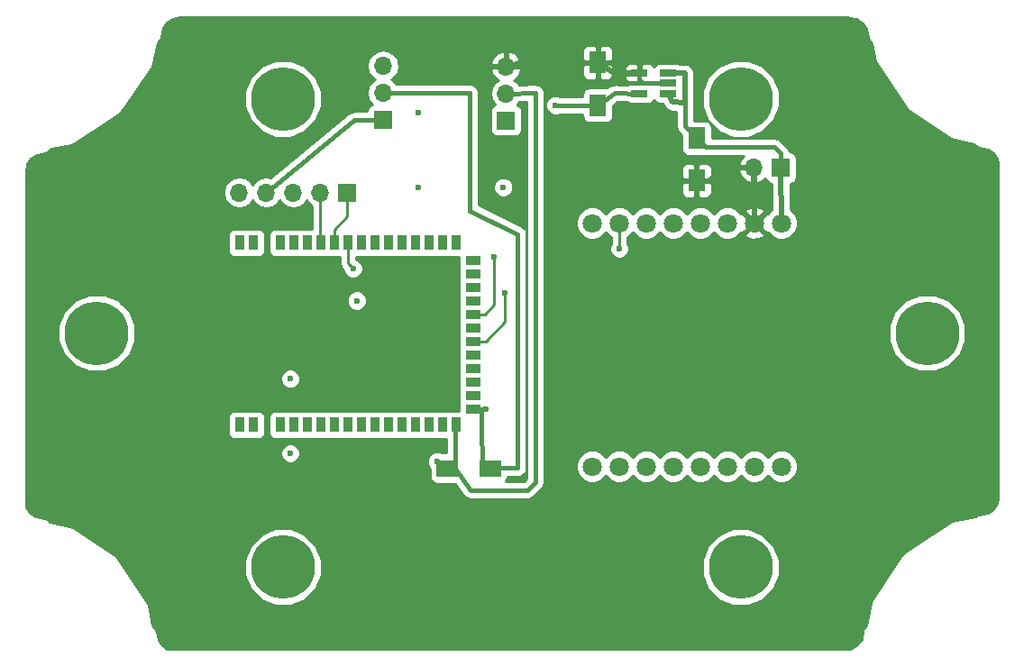
<source format=gbr>
G04 #@! TF.FileFunction,Copper,L1,Top,Signal*
%FSLAX46Y46*%
G04 Gerber Fmt 4.6, Leading zero omitted, Abs format (unit mm)*
G04 Created by KiCad (PCBNEW 4.0.7) date 03/21/18 19:19:58*
%MOMM*%
%LPD*%
G01*
G04 APERTURE LIST*
%ADD10C,0.100000*%
%ADD11C,6.000000*%
%ADD12R,1.700000X1.700000*%
%ADD13O,1.700000X1.700000*%
%ADD14C,1.800000*%
%ADD15R,0.900000X1.400000*%
%ADD16R,0.930000X1.400000*%
%ADD17R,1.400000X0.900000*%
%ADD18R,1.560000X0.650000*%
%ADD19R,1.600000X2.000000*%
%ADD20R,2.000000X1.600000*%
%ADD21C,0.600000*%
%ADD22C,0.400000*%
%ADD23C,0.500000*%
%ADD24C,0.254000*%
%ADD25C,0.250000*%
G04 APERTURE END LIST*
D10*
D11*
X106825000Y-91700000D03*
X184825000Y-91700000D03*
X167325000Y-113700000D03*
X124325000Y-113700000D03*
X124325000Y-69700000D03*
X167325000Y-69700000D03*
D12*
X145275000Y-71725000D03*
D13*
X145275000Y-69185000D03*
X145275000Y-66645000D03*
D12*
X133725000Y-71675000D03*
D13*
X133725000Y-69135000D03*
X133725000Y-66595000D03*
D12*
X130380000Y-78490000D03*
D13*
X127840000Y-78490000D03*
X125300000Y-78490000D03*
X122760000Y-78490000D03*
X120220000Y-78490000D03*
D14*
X171140000Y-104230000D03*
X171140000Y-81370000D03*
X168600000Y-104230000D03*
X168600000Y-81370000D03*
X166060000Y-104230000D03*
X166060000Y-81370000D03*
X163520000Y-104230000D03*
X163520000Y-81370000D03*
X160980000Y-104230000D03*
X160980000Y-81370000D03*
X158440000Y-104230000D03*
X158440000Y-81370000D03*
X155900000Y-104230000D03*
X155900000Y-81370000D03*
X153360000Y-104230000D03*
X153360000Y-81370000D03*
D15*
X124075000Y-100330000D03*
X124075000Y-83230000D03*
X140585000Y-83230000D03*
D16*
X120265000Y-100330000D03*
X121535000Y-100330000D03*
D17*
X142180000Y-88655000D03*
X142170000Y-89925000D03*
X142180000Y-91195000D03*
X142180000Y-92465000D03*
X142180000Y-93735000D03*
X142180000Y-95005000D03*
X142180000Y-96275000D03*
D15*
X140585000Y-100330000D03*
D17*
X142180000Y-97545000D03*
X142180000Y-98815000D03*
X142180000Y-87385000D03*
X142180000Y-86115000D03*
X142180000Y-84845000D03*
D15*
X139315000Y-100330000D03*
X138045000Y-100330000D03*
X136775000Y-100330000D03*
X135505000Y-100330000D03*
X134235000Y-100330000D03*
X132965000Y-100330000D03*
X131695000Y-100330000D03*
X130425000Y-100330000D03*
X129155000Y-100330000D03*
X127885000Y-100330000D03*
X126615000Y-100330000D03*
X125345000Y-100330000D03*
X139315000Y-83230000D03*
X138045000Y-83230000D03*
X136775000Y-83230000D03*
X135505000Y-83230000D03*
X134235000Y-83230000D03*
X132965000Y-83230000D03*
X131695000Y-83230000D03*
X130425000Y-83230000D03*
X129155000Y-83230000D03*
X127885000Y-83230000D03*
X126615000Y-83230000D03*
X125345000Y-83230000D03*
D16*
X121535000Y-83230000D03*
X120265000Y-83230000D03*
D18*
X160500000Y-69180000D03*
X160500000Y-68230000D03*
X160500000Y-67280000D03*
X157800000Y-67280000D03*
X157800000Y-69180000D03*
D12*
X171090000Y-76160000D03*
D13*
X168550000Y-76160000D03*
D19*
X153890000Y-70290000D03*
X153890000Y-66290000D03*
D20*
X139770000Y-104400000D03*
X143770000Y-104400000D03*
D19*
X163170000Y-73380000D03*
X163170000Y-77380000D03*
D21*
X145000000Y-78000000D03*
X137000000Y-71000000D03*
X125000000Y-96000000D03*
X137000000Y-78000000D03*
X125000000Y-103000000D03*
X131250000Y-88650000D03*
X156020000Y-68320000D03*
X155960000Y-72250000D03*
X149920000Y-70290000D03*
X138770000Y-103760000D03*
X143390000Y-98820000D03*
X130900000Y-85650000D03*
X145130000Y-87970000D03*
X155900000Y-83790000D03*
X144110000Y-84550000D03*
D22*
X163170000Y-77380000D02*
X161090000Y-77380000D01*
X156110000Y-68230000D02*
X158140000Y-68230000D01*
X156020000Y-68320000D02*
X156110000Y-68230000D01*
X161090000Y-77380000D02*
X155960000Y-72250000D01*
X157800000Y-67280000D02*
X157800000Y-67890000D01*
X157800000Y-67890000D02*
X158140000Y-68230000D01*
X158140000Y-68230000D02*
X160500000Y-68230000D01*
X168550000Y-76160000D02*
X165520000Y-76160000D01*
X164300000Y-77380000D02*
X163170000Y-77380000D01*
X165520000Y-76160000D02*
X164300000Y-77380000D01*
D23*
X157800000Y-67280000D02*
X155440000Y-67250000D01*
X155440000Y-67250000D02*
X153890000Y-66290000D01*
X168550000Y-76160000D02*
X168600000Y-81370000D01*
D22*
X153890000Y-66290000D02*
X146440000Y-66260000D01*
X146440000Y-66260000D02*
X145275000Y-66645000D01*
X153890000Y-70290000D02*
X149920000Y-70290000D01*
X157800000Y-69180000D02*
X155480000Y-69160000D01*
X155480000Y-69160000D02*
X153890000Y-70290000D01*
X122760000Y-78490000D02*
X130980000Y-71690000D01*
X130980000Y-71690000D02*
X133725000Y-71675000D01*
D24*
X130380000Y-78490000D02*
X130380000Y-80760000D01*
X129155000Y-81985000D02*
X129155000Y-83230000D01*
X130380000Y-80760000D02*
X129155000Y-81985000D01*
X127840000Y-78490000D02*
X127840000Y-83185000D01*
X127840000Y-83185000D02*
X127885000Y-83230000D01*
D22*
X138770000Y-103760000D02*
X140520000Y-104400000D01*
X147260000Y-106490000D02*
X141950000Y-106480000D01*
X148060000Y-69150000D02*
X148060000Y-105690000D01*
X148060000Y-105690000D02*
X147260000Y-106490000D01*
X145275000Y-69185000D02*
X148060000Y-69150000D01*
X141950000Y-106480000D02*
X140520000Y-104400000D01*
X140520000Y-104400000D02*
X140520000Y-101170000D01*
X140520000Y-101170000D02*
X140585000Y-100330000D01*
X143390000Y-98820000D02*
X142180000Y-98815000D01*
X143020000Y-104400000D02*
X142990000Y-100040000D01*
X142980000Y-98820000D02*
X143390000Y-98820000D01*
X142990000Y-100040000D02*
X142980000Y-98820000D01*
X133725000Y-69135000D02*
X141880000Y-69120000D01*
X146380000Y-104390000D02*
X143020000Y-104400000D01*
X146380000Y-82410000D02*
X146380000Y-104390000D01*
X141880000Y-80190000D02*
X146380000Y-82410000D01*
X141880000Y-69120000D02*
X141880000Y-80190000D01*
X162090000Y-70030000D02*
X162090000Y-72300000D01*
X162090000Y-72300000D02*
X163170000Y-73380000D01*
X171090000Y-76160000D02*
X171090000Y-74810000D01*
X171090000Y-74810000D02*
X170490000Y-74210000D01*
X170490000Y-74210000D02*
X164000000Y-74210000D01*
X164000000Y-74210000D02*
X163170000Y-73380000D01*
D23*
X160912793Y-70014186D02*
X162090000Y-70030000D01*
X162050000Y-67280000D02*
X160500000Y-67280000D01*
X162090000Y-70030000D02*
X162050000Y-67280000D01*
X160912793Y-70014186D02*
X160500000Y-69180000D01*
X171090000Y-76160000D02*
X171140000Y-81370000D01*
D25*
X130425000Y-83230000D02*
X130425000Y-85175000D01*
X130425000Y-85175000D02*
X130900000Y-85650000D01*
D24*
X155900000Y-81370000D02*
X155900000Y-83790000D01*
X143360000Y-92460000D02*
X142180000Y-92465000D01*
X145130000Y-90600000D02*
X143360000Y-92460000D01*
X145130000Y-87970000D02*
X145130000Y-90600000D01*
X143280000Y-89920000D02*
X142170000Y-89925000D01*
X144110000Y-89020000D02*
X143280000Y-89920000D01*
X144110000Y-84550000D02*
X144110000Y-89020000D01*
G36*
X177412100Y-62068956D02*
X178205909Y-62226854D01*
X178740766Y-62584235D01*
X179098146Y-63119091D01*
X179256044Y-63912900D01*
X179380723Y-64213901D01*
X179611099Y-64444277D01*
X179619675Y-64447829D01*
X179957550Y-66146443D01*
X180082229Y-66447444D01*
X182791888Y-70502736D01*
X183022264Y-70733112D01*
X187077556Y-73442771D01*
X187378557Y-73567450D01*
X189195730Y-73928908D01*
X189411099Y-74144277D01*
X189712100Y-74268956D01*
X190505909Y-74426854D01*
X191040766Y-74784235D01*
X191398146Y-75319091D01*
X191490000Y-75780874D01*
X191490000Y-107219126D01*
X191398146Y-107680909D01*
X191040766Y-108215765D01*
X190505909Y-108573146D01*
X189712100Y-108731044D01*
X189411099Y-108855723D01*
X189320561Y-108946261D01*
X187187215Y-109370610D01*
X186886214Y-109495289D01*
X182668711Y-112313335D01*
X182438335Y-112543711D01*
X179620291Y-116761211D01*
X179620289Y-116761213D01*
X179495610Y-117062214D01*
X179071261Y-119195561D01*
X178930723Y-119336099D01*
X178806044Y-119637100D01*
X178648146Y-120430909D01*
X178290766Y-120965765D01*
X177755909Y-121323146D01*
X177545493Y-121365000D01*
X113407070Y-121365000D01*
X112959235Y-121065766D01*
X112601854Y-120530909D01*
X112443956Y-119737100D01*
X112319277Y-119436099D01*
X112088901Y-119205723D01*
X112080029Y-119202048D01*
X111692450Y-117253557D01*
X111567771Y-116952556D01*
X109875488Y-114419874D01*
X120689370Y-114419874D01*
X121241600Y-115756372D01*
X122263249Y-116779806D01*
X123598782Y-117334368D01*
X125044874Y-117335630D01*
X126381372Y-116783400D01*
X127404806Y-115761751D01*
X127959368Y-114426218D01*
X127959373Y-114419874D01*
X163689370Y-114419874D01*
X164241600Y-115756372D01*
X165263249Y-116779806D01*
X166598782Y-117334368D01*
X168044874Y-117335630D01*
X169381372Y-116783400D01*
X170404806Y-115761751D01*
X170959368Y-114426218D01*
X170960630Y-112980126D01*
X170408400Y-111643628D01*
X169386751Y-110620194D01*
X168051218Y-110065632D01*
X166605126Y-110064370D01*
X165268628Y-110616600D01*
X164245194Y-111638249D01*
X163690632Y-112973782D01*
X163689370Y-114419874D01*
X127959373Y-114419874D01*
X127960630Y-112980126D01*
X127408400Y-111643628D01*
X126386751Y-110620194D01*
X125051218Y-110065632D01*
X123605126Y-110064370D01*
X122268628Y-110616600D01*
X121245194Y-111638249D01*
X120690632Y-112973782D01*
X120689370Y-114419874D01*
X109875488Y-114419874D01*
X108858112Y-112897264D01*
X108627736Y-112666888D01*
X104572444Y-109957229D01*
X104271443Y-109832550D01*
X102431931Y-109466648D01*
X102419277Y-109436099D01*
X102188901Y-109205723D01*
X101887900Y-109081044D01*
X101094091Y-108923146D01*
X100559235Y-108565766D01*
X100201854Y-108030909D01*
X100160000Y-107820493D01*
X100160000Y-103185167D01*
X124064838Y-103185167D01*
X124206883Y-103528943D01*
X124469673Y-103792192D01*
X124813201Y-103934838D01*
X125185167Y-103935162D01*
X125528943Y-103793117D01*
X125792192Y-103530327D01*
X125934838Y-103186799D01*
X125935162Y-102814833D01*
X125793117Y-102471057D01*
X125530327Y-102207808D01*
X125186799Y-102065162D01*
X124814833Y-102064838D01*
X124471057Y-102206883D01*
X124207808Y-102469673D01*
X124065162Y-102813201D01*
X124064838Y-103185167D01*
X100160000Y-103185167D01*
X100160000Y-99630000D01*
X119152560Y-99630000D01*
X119152560Y-101030000D01*
X119196838Y-101265317D01*
X119335910Y-101481441D01*
X119548110Y-101626431D01*
X119800000Y-101677440D01*
X120730000Y-101677440D01*
X120906241Y-101644278D01*
X121070000Y-101677440D01*
X122000000Y-101677440D01*
X122235317Y-101633162D01*
X122451441Y-101494090D01*
X122596431Y-101281890D01*
X122647440Y-101030000D01*
X122647440Y-99630000D01*
X122603162Y-99394683D01*
X122464090Y-99178559D01*
X122251890Y-99033569D01*
X122000000Y-98982560D01*
X121070000Y-98982560D01*
X120893759Y-99015722D01*
X120730000Y-98982560D01*
X119800000Y-98982560D01*
X119564683Y-99026838D01*
X119348559Y-99165910D01*
X119203569Y-99378110D01*
X119152560Y-99630000D01*
X100160000Y-99630000D01*
X100160000Y-96185167D01*
X124064838Y-96185167D01*
X124206883Y-96528943D01*
X124469673Y-96792192D01*
X124813201Y-96934838D01*
X125185167Y-96935162D01*
X125528943Y-96793117D01*
X125792192Y-96530327D01*
X125934838Y-96186799D01*
X125935162Y-95814833D01*
X125793117Y-95471057D01*
X125530327Y-95207808D01*
X125186799Y-95065162D01*
X124814833Y-95064838D01*
X124471057Y-95206883D01*
X124207808Y-95469673D01*
X124065162Y-95813201D01*
X124064838Y-96185167D01*
X100160000Y-96185167D01*
X100160000Y-92419874D01*
X103189370Y-92419874D01*
X103741600Y-93756372D01*
X104763249Y-94779806D01*
X106098782Y-95334368D01*
X107544874Y-95335630D01*
X108881372Y-94783400D01*
X109904806Y-93761751D01*
X110459368Y-92426218D01*
X110460630Y-90980126D01*
X109908400Y-89643628D01*
X109101350Y-88835167D01*
X130314838Y-88835167D01*
X130456883Y-89178943D01*
X130719673Y-89442192D01*
X131063201Y-89584838D01*
X131435167Y-89585162D01*
X131778943Y-89443117D01*
X132042192Y-89180327D01*
X132184838Y-88836799D01*
X132185162Y-88464833D01*
X132043117Y-88121057D01*
X131780327Y-87857808D01*
X131436799Y-87715162D01*
X131064833Y-87714838D01*
X130721057Y-87856883D01*
X130457808Y-88119673D01*
X130315162Y-88463201D01*
X130314838Y-88835167D01*
X109101350Y-88835167D01*
X108886751Y-88620194D01*
X107551218Y-88065632D01*
X106105126Y-88064370D01*
X104768628Y-88616600D01*
X103745194Y-89638249D01*
X103190632Y-90973782D01*
X103189370Y-92419874D01*
X100160000Y-92419874D01*
X100160000Y-82530000D01*
X119152560Y-82530000D01*
X119152560Y-83930000D01*
X119196838Y-84165317D01*
X119335910Y-84381441D01*
X119548110Y-84526431D01*
X119800000Y-84577440D01*
X120730000Y-84577440D01*
X120906241Y-84544278D01*
X121070000Y-84577440D01*
X122000000Y-84577440D01*
X122235317Y-84533162D01*
X122451441Y-84394090D01*
X122596431Y-84181890D01*
X122647440Y-83930000D01*
X122647440Y-82530000D01*
X122603162Y-82294683D01*
X122464090Y-82078559D01*
X122251890Y-81933569D01*
X122000000Y-81882560D01*
X121070000Y-81882560D01*
X120893759Y-81915722D01*
X120730000Y-81882560D01*
X119800000Y-81882560D01*
X119564683Y-81926838D01*
X119348559Y-82065910D01*
X119203569Y-82278110D01*
X119152560Y-82530000D01*
X100160000Y-82530000D01*
X100160000Y-78460907D01*
X118735000Y-78460907D01*
X118735000Y-78519093D01*
X118848039Y-79087378D01*
X119169946Y-79569147D01*
X119651715Y-79891054D01*
X120220000Y-80004093D01*
X120788285Y-79891054D01*
X121270054Y-79569147D01*
X121490000Y-79239974D01*
X121709946Y-79569147D01*
X122191715Y-79891054D01*
X122760000Y-80004093D01*
X123328285Y-79891054D01*
X123810054Y-79569147D01*
X124030000Y-79239974D01*
X124249946Y-79569147D01*
X124731715Y-79891054D01*
X125300000Y-80004093D01*
X125868285Y-79891054D01*
X126350054Y-79569147D01*
X126570000Y-79239974D01*
X126789946Y-79569147D01*
X127078000Y-79761618D01*
X127078000Y-81885193D01*
X127065000Y-81882560D01*
X126165000Y-81882560D01*
X125973208Y-81918648D01*
X125795000Y-81882560D01*
X124895000Y-81882560D01*
X124703208Y-81918648D01*
X124525000Y-81882560D01*
X123625000Y-81882560D01*
X123389683Y-81926838D01*
X123173559Y-82065910D01*
X123028569Y-82278110D01*
X122977560Y-82530000D01*
X122977560Y-83930000D01*
X123021838Y-84165317D01*
X123160910Y-84381441D01*
X123373110Y-84526431D01*
X123625000Y-84577440D01*
X124525000Y-84577440D01*
X124716792Y-84541352D01*
X124895000Y-84577440D01*
X125795000Y-84577440D01*
X125986792Y-84541352D01*
X126165000Y-84577440D01*
X127065000Y-84577440D01*
X127256792Y-84541352D01*
X127435000Y-84577440D01*
X128335000Y-84577440D01*
X128526792Y-84541352D01*
X128705000Y-84577440D01*
X129605000Y-84577440D01*
X129665000Y-84566150D01*
X129665000Y-85175000D01*
X129722852Y-85465839D01*
X129887599Y-85712401D01*
X129964878Y-85789680D01*
X129964838Y-85835167D01*
X130106883Y-86178943D01*
X130369673Y-86442192D01*
X130713201Y-86584838D01*
X131085167Y-86585162D01*
X131428943Y-86443117D01*
X131692192Y-86180327D01*
X131834838Y-85836799D01*
X131835162Y-85464833D01*
X131693117Y-85121057D01*
X131430327Y-84857808D01*
X131185000Y-84755939D01*
X131185000Y-84565290D01*
X131245000Y-84577440D01*
X132145000Y-84577440D01*
X132336792Y-84541352D01*
X132515000Y-84577440D01*
X133415000Y-84577440D01*
X133606792Y-84541352D01*
X133785000Y-84577440D01*
X134685000Y-84577440D01*
X134876792Y-84541352D01*
X135055000Y-84577440D01*
X135955000Y-84577440D01*
X136146792Y-84541352D01*
X136325000Y-84577440D01*
X137225000Y-84577440D01*
X137416792Y-84541352D01*
X137595000Y-84577440D01*
X138495000Y-84577440D01*
X138686792Y-84541352D01*
X138865000Y-84577440D01*
X139765000Y-84577440D01*
X139956792Y-84541352D01*
X140135000Y-84577440D01*
X140832560Y-84577440D01*
X140832560Y-85295000D01*
X140868648Y-85486792D01*
X140832560Y-85665000D01*
X140832560Y-86565000D01*
X140868648Y-86756792D01*
X140832560Y-86935000D01*
X140832560Y-87835000D01*
X140868648Y-88026792D01*
X140832560Y-88205000D01*
X140832560Y-89105000D01*
X140863832Y-89271194D01*
X140822560Y-89475000D01*
X140822560Y-90375000D01*
X140863465Y-90592389D01*
X140832560Y-90745000D01*
X140832560Y-91645000D01*
X140868648Y-91836792D01*
X140832560Y-92015000D01*
X140832560Y-92915000D01*
X140868648Y-93106792D01*
X140832560Y-93285000D01*
X140832560Y-94185000D01*
X140868648Y-94376792D01*
X140832560Y-94555000D01*
X140832560Y-95455000D01*
X140868648Y-95646792D01*
X140832560Y-95825000D01*
X140832560Y-96725000D01*
X140868648Y-96916792D01*
X140832560Y-97095000D01*
X140832560Y-97995000D01*
X140868648Y-98186792D01*
X140832560Y-98365000D01*
X140832560Y-98982560D01*
X140135000Y-98982560D01*
X139943208Y-99018648D01*
X139765000Y-98982560D01*
X138865000Y-98982560D01*
X138673208Y-99018648D01*
X138495000Y-98982560D01*
X137595000Y-98982560D01*
X137403208Y-99018648D01*
X137225000Y-98982560D01*
X136325000Y-98982560D01*
X136133208Y-99018648D01*
X135955000Y-98982560D01*
X135055000Y-98982560D01*
X134863208Y-99018648D01*
X134685000Y-98982560D01*
X133785000Y-98982560D01*
X133593208Y-99018648D01*
X133415000Y-98982560D01*
X132515000Y-98982560D01*
X132323208Y-99018648D01*
X132145000Y-98982560D01*
X131245000Y-98982560D01*
X131053208Y-99018648D01*
X130875000Y-98982560D01*
X129975000Y-98982560D01*
X129783208Y-99018648D01*
X129605000Y-98982560D01*
X128705000Y-98982560D01*
X128513208Y-99018648D01*
X128335000Y-98982560D01*
X127435000Y-98982560D01*
X127243208Y-99018648D01*
X127065000Y-98982560D01*
X126165000Y-98982560D01*
X125973208Y-99018648D01*
X125795000Y-98982560D01*
X124895000Y-98982560D01*
X124703208Y-99018648D01*
X124525000Y-98982560D01*
X123625000Y-98982560D01*
X123389683Y-99026838D01*
X123173559Y-99165910D01*
X123028569Y-99378110D01*
X122977560Y-99630000D01*
X122977560Y-101030000D01*
X123021838Y-101265317D01*
X123160910Y-101481441D01*
X123373110Y-101626431D01*
X123625000Y-101677440D01*
X124525000Y-101677440D01*
X124716792Y-101641352D01*
X124895000Y-101677440D01*
X125795000Y-101677440D01*
X125986792Y-101641352D01*
X126165000Y-101677440D01*
X127065000Y-101677440D01*
X127256792Y-101641352D01*
X127435000Y-101677440D01*
X128335000Y-101677440D01*
X128526792Y-101641352D01*
X128705000Y-101677440D01*
X129605000Y-101677440D01*
X129796792Y-101641352D01*
X129975000Y-101677440D01*
X130875000Y-101677440D01*
X131066792Y-101641352D01*
X131245000Y-101677440D01*
X132145000Y-101677440D01*
X132336792Y-101641352D01*
X132515000Y-101677440D01*
X133415000Y-101677440D01*
X133606792Y-101641352D01*
X133785000Y-101677440D01*
X134685000Y-101677440D01*
X134876792Y-101641352D01*
X135055000Y-101677440D01*
X135955000Y-101677440D01*
X136146792Y-101641352D01*
X136325000Y-101677440D01*
X137225000Y-101677440D01*
X137416792Y-101641352D01*
X137595000Y-101677440D01*
X138495000Y-101677440D01*
X138686792Y-101641352D01*
X138865000Y-101677440D01*
X139685000Y-101677440D01*
X139685000Y-102952560D01*
X139263606Y-102952560D01*
X138956799Y-102825162D01*
X138584833Y-102824838D01*
X138241057Y-102966883D01*
X137977808Y-103229673D01*
X137835162Y-103573201D01*
X137834838Y-103945167D01*
X137976883Y-104288943D01*
X138122560Y-104434874D01*
X138122560Y-105200000D01*
X138166838Y-105435317D01*
X138305910Y-105651441D01*
X138518110Y-105796431D01*
X138770000Y-105847440D01*
X140501817Y-105847440D01*
X141261925Y-106953051D01*
X141316359Y-107006063D01*
X141358455Y-107069321D01*
X141431939Y-107118622D01*
X141495331Y-107180357D01*
X141565907Y-107208502D01*
X141629007Y-107250836D01*
X141715764Y-107268263D01*
X141797955Y-107301040D01*
X141873928Y-107300034D01*
X141948427Y-107314999D01*
X147258427Y-107324999D01*
X147259215Y-107324844D01*
X147260000Y-107325000D01*
X147419002Y-107293372D01*
X147578087Y-107262039D01*
X147578754Y-107261595D01*
X147579540Y-107261439D01*
X147714355Y-107171359D01*
X147849321Y-107081545D01*
X147849768Y-107080879D01*
X147850434Y-107080434D01*
X148650434Y-106280434D01*
X148731569Y-106159007D01*
X148831439Y-106009541D01*
X148895000Y-105690000D01*
X148895000Y-104533991D01*
X151824735Y-104533991D01*
X152057932Y-105098371D01*
X152489357Y-105530551D01*
X153053330Y-105764733D01*
X153663991Y-105765265D01*
X154228371Y-105532068D01*
X154630323Y-105130818D01*
X155029357Y-105530551D01*
X155593330Y-105764733D01*
X156203991Y-105765265D01*
X156768371Y-105532068D01*
X157170323Y-105130818D01*
X157569357Y-105530551D01*
X158133330Y-105764733D01*
X158743991Y-105765265D01*
X159308371Y-105532068D01*
X159710323Y-105130818D01*
X160109357Y-105530551D01*
X160673330Y-105764733D01*
X161283991Y-105765265D01*
X161848371Y-105532068D01*
X162250323Y-105130818D01*
X162649357Y-105530551D01*
X163213330Y-105764733D01*
X163823991Y-105765265D01*
X164388371Y-105532068D01*
X164790323Y-105130818D01*
X165189357Y-105530551D01*
X165753330Y-105764733D01*
X166363991Y-105765265D01*
X166928371Y-105532068D01*
X167330323Y-105130818D01*
X167729357Y-105530551D01*
X168293330Y-105764733D01*
X168903991Y-105765265D01*
X169468371Y-105532068D01*
X169870323Y-105130818D01*
X170269357Y-105530551D01*
X170833330Y-105764733D01*
X171443991Y-105765265D01*
X172008371Y-105532068D01*
X172440551Y-105100643D01*
X172674733Y-104536670D01*
X172675265Y-103926009D01*
X172442068Y-103361629D01*
X172010643Y-102929449D01*
X171446670Y-102695267D01*
X170836009Y-102694735D01*
X170271629Y-102927932D01*
X169869677Y-103329182D01*
X169470643Y-102929449D01*
X168906670Y-102695267D01*
X168296009Y-102694735D01*
X167731629Y-102927932D01*
X167329677Y-103329182D01*
X166930643Y-102929449D01*
X166366670Y-102695267D01*
X165756009Y-102694735D01*
X165191629Y-102927932D01*
X164789677Y-103329182D01*
X164390643Y-102929449D01*
X163826670Y-102695267D01*
X163216009Y-102694735D01*
X162651629Y-102927932D01*
X162249677Y-103329182D01*
X161850643Y-102929449D01*
X161286670Y-102695267D01*
X160676009Y-102694735D01*
X160111629Y-102927932D01*
X159709677Y-103329182D01*
X159310643Y-102929449D01*
X158746670Y-102695267D01*
X158136009Y-102694735D01*
X157571629Y-102927932D01*
X157169677Y-103329182D01*
X156770643Y-102929449D01*
X156206670Y-102695267D01*
X155596009Y-102694735D01*
X155031629Y-102927932D01*
X154629677Y-103329182D01*
X154230643Y-102929449D01*
X153666670Y-102695267D01*
X153056009Y-102694735D01*
X152491629Y-102927932D01*
X152059449Y-103359357D01*
X151825267Y-103923330D01*
X151824735Y-104533991D01*
X148895000Y-104533991D01*
X148895000Y-92419874D01*
X181189370Y-92419874D01*
X181741600Y-93756372D01*
X182763249Y-94779806D01*
X184098782Y-95334368D01*
X185544874Y-95335630D01*
X186881372Y-94783400D01*
X187904806Y-93761751D01*
X188459368Y-92426218D01*
X188460630Y-90980126D01*
X187908400Y-89643628D01*
X186886751Y-88620194D01*
X185551218Y-88065632D01*
X184105126Y-88064370D01*
X182768628Y-88616600D01*
X181745194Y-89638249D01*
X181190632Y-90973782D01*
X181189370Y-92419874D01*
X148895000Y-92419874D01*
X148895000Y-81673991D01*
X151824735Y-81673991D01*
X152057932Y-82238371D01*
X152489357Y-82670551D01*
X153053330Y-82904733D01*
X153663991Y-82905265D01*
X154228371Y-82672068D01*
X154630323Y-82270818D01*
X155029357Y-82670551D01*
X155138000Y-82715664D01*
X155138000Y-83229534D01*
X155107808Y-83259673D01*
X154965162Y-83603201D01*
X154964838Y-83975167D01*
X155106883Y-84318943D01*
X155369673Y-84582192D01*
X155713201Y-84724838D01*
X156085167Y-84725162D01*
X156428943Y-84583117D01*
X156692192Y-84320327D01*
X156834838Y-83976799D01*
X156835162Y-83604833D01*
X156693117Y-83261057D01*
X156662000Y-83229886D01*
X156662000Y-82716020D01*
X156768371Y-82672068D01*
X157170323Y-82270818D01*
X157569357Y-82670551D01*
X158133330Y-82904733D01*
X158743991Y-82905265D01*
X159308371Y-82672068D01*
X159710323Y-82270818D01*
X160109357Y-82670551D01*
X160673330Y-82904733D01*
X161283991Y-82905265D01*
X161848371Y-82672068D01*
X162250323Y-82270818D01*
X162649357Y-82670551D01*
X163213330Y-82904733D01*
X163823991Y-82905265D01*
X164388371Y-82672068D01*
X164790323Y-82270818D01*
X165189357Y-82670551D01*
X165753330Y-82904733D01*
X166363991Y-82905265D01*
X166928371Y-82672068D01*
X167150668Y-82450159D01*
X167699446Y-82450159D01*
X167785852Y-82706643D01*
X168359336Y-82916458D01*
X168969460Y-82890839D01*
X169414148Y-82706643D01*
X169500554Y-82450159D01*
X168600000Y-81549605D01*
X167699446Y-82450159D01*
X167150668Y-82450159D01*
X167360551Y-82240643D01*
X167369203Y-82219806D01*
X167519841Y-82270554D01*
X168420395Y-81370000D01*
X167519841Y-80469446D01*
X167369673Y-80520035D01*
X167362068Y-80501629D01*
X167150650Y-80289841D01*
X167699446Y-80289841D01*
X168600000Y-81190395D01*
X169500554Y-80289841D01*
X169414148Y-80033357D01*
X168840664Y-79823542D01*
X168230540Y-79849161D01*
X167785852Y-80033357D01*
X167699446Y-80289841D01*
X167150650Y-80289841D01*
X166930643Y-80069449D01*
X166366670Y-79835267D01*
X165756009Y-79834735D01*
X165191629Y-80067932D01*
X164789677Y-80469182D01*
X164390643Y-80069449D01*
X163826670Y-79835267D01*
X163216009Y-79834735D01*
X162651629Y-80067932D01*
X162249677Y-80469182D01*
X161850643Y-80069449D01*
X161286670Y-79835267D01*
X160676009Y-79834735D01*
X160111629Y-80067932D01*
X159709677Y-80469182D01*
X159310643Y-80069449D01*
X158746670Y-79835267D01*
X158136009Y-79834735D01*
X157571629Y-80067932D01*
X157169677Y-80469182D01*
X156770643Y-80069449D01*
X156206670Y-79835267D01*
X155596009Y-79834735D01*
X155031629Y-80067932D01*
X154629677Y-80469182D01*
X154230643Y-80069449D01*
X153666670Y-79835267D01*
X153056009Y-79834735D01*
X152491629Y-80067932D01*
X152059449Y-80499357D01*
X151825267Y-81063330D01*
X151824735Y-81673991D01*
X148895000Y-81673991D01*
X148895000Y-77665750D01*
X161735000Y-77665750D01*
X161735000Y-78506309D01*
X161831673Y-78739698D01*
X162010301Y-78918327D01*
X162243690Y-79015000D01*
X162884250Y-79015000D01*
X163043000Y-78856250D01*
X163043000Y-77507000D01*
X163297000Y-77507000D01*
X163297000Y-78856250D01*
X163455750Y-79015000D01*
X164096310Y-79015000D01*
X164329699Y-78918327D01*
X164508327Y-78739698D01*
X164605000Y-78506309D01*
X164605000Y-77665750D01*
X164446250Y-77507000D01*
X163297000Y-77507000D01*
X163043000Y-77507000D01*
X161893750Y-77507000D01*
X161735000Y-77665750D01*
X148895000Y-77665750D01*
X148895000Y-76253691D01*
X161735000Y-76253691D01*
X161735000Y-77094250D01*
X161893750Y-77253000D01*
X163043000Y-77253000D01*
X163043000Y-75903750D01*
X163297000Y-75903750D01*
X163297000Y-77253000D01*
X164446250Y-77253000D01*
X164605000Y-77094250D01*
X164605000Y-76516892D01*
X167108514Y-76516892D01*
X167354817Y-77041358D01*
X167783076Y-77431645D01*
X168193110Y-77601476D01*
X168423000Y-77480155D01*
X168423000Y-76287000D01*
X167229181Y-76287000D01*
X167108514Y-76516892D01*
X164605000Y-76516892D01*
X164605000Y-76253691D01*
X164508327Y-76020302D01*
X164329699Y-75841673D01*
X164096310Y-75745000D01*
X163455750Y-75745000D01*
X163297000Y-75903750D01*
X163043000Y-75903750D01*
X162884250Y-75745000D01*
X162243690Y-75745000D01*
X162010301Y-75841673D01*
X161831673Y-76020302D01*
X161735000Y-76253691D01*
X148895000Y-76253691D01*
X148895000Y-70475167D01*
X148984838Y-70475167D01*
X149126883Y-70818943D01*
X149389673Y-71082192D01*
X149733201Y-71224838D01*
X150105167Y-71225162D01*
X150347578Y-71125000D01*
X152442560Y-71125000D01*
X152442560Y-71290000D01*
X152486838Y-71525317D01*
X152625910Y-71741441D01*
X152838110Y-71886431D01*
X153090000Y-71937440D01*
X154690000Y-71937440D01*
X154925317Y-71893162D01*
X155141441Y-71754090D01*
X155286431Y-71541890D01*
X155337440Y-71290000D01*
X155337440Y-70285709D01*
X155743254Y-69997300D01*
X156626858Y-70004918D01*
X156768110Y-70101431D01*
X157020000Y-70152440D01*
X158580000Y-70152440D01*
X158815317Y-70108162D01*
X159031441Y-69969090D01*
X159151233Y-69793768D01*
X159255910Y-69956441D01*
X159468110Y-70101431D01*
X159720000Y-70152440D01*
X159993779Y-70152440D01*
X160119596Y-70406695D01*
X160203635Y-70515908D01*
X160278654Y-70631514D01*
X160308267Y-70651881D01*
X160330182Y-70680361D01*
X160449624Y-70749104D01*
X160563166Y-70827196D01*
X160598312Y-70834679D01*
X160629464Y-70852608D01*
X160766127Y-70870410D01*
X160900905Y-70899106D01*
X161255000Y-70903863D01*
X161255000Y-72300000D01*
X161318561Y-72619541D01*
X161425647Y-72779806D01*
X161499566Y-72890434D01*
X161722560Y-73113428D01*
X161722560Y-74380000D01*
X161766838Y-74615317D01*
X161905910Y-74831441D01*
X162118110Y-74976431D01*
X162370000Y-75027440D01*
X163911720Y-75027440D01*
X164000000Y-75045000D01*
X167611191Y-75045000D01*
X167354817Y-75278642D01*
X167108514Y-75803108D01*
X167229181Y-76033000D01*
X168423000Y-76033000D01*
X168423000Y-76013000D01*
X168677000Y-76013000D01*
X168677000Y-76033000D01*
X168697000Y-76033000D01*
X168697000Y-76287000D01*
X168677000Y-76287000D01*
X168677000Y-77480155D01*
X168906890Y-77601476D01*
X169316924Y-77431645D01*
X169619937Y-77155499D01*
X169636838Y-77245317D01*
X169775910Y-77461441D01*
X169988110Y-77606431D01*
X170219290Y-77653246D01*
X170242740Y-80096770D01*
X169839449Y-80499357D01*
X169830797Y-80520194D01*
X169680159Y-80469446D01*
X168779605Y-81370000D01*
X169680159Y-82270554D01*
X169830327Y-82219965D01*
X169837932Y-82238371D01*
X170269357Y-82670551D01*
X170833330Y-82904733D01*
X171443991Y-82905265D01*
X172008371Y-82672068D01*
X172440551Y-82240643D01*
X172674733Y-81676670D01*
X172675265Y-81066009D01*
X172442068Y-80501629D01*
X172012578Y-80071387D01*
X171989322Y-77648159D01*
X172175317Y-77613162D01*
X172391441Y-77474090D01*
X172536431Y-77261890D01*
X172587440Y-77010000D01*
X172587440Y-75310000D01*
X172543162Y-75074683D01*
X172404090Y-74858559D01*
X172191890Y-74713569D01*
X171940000Y-74662560D01*
X171895672Y-74662560D01*
X171861439Y-74490459D01*
X171680434Y-74219566D01*
X171080434Y-73619566D01*
X171001476Y-73566808D01*
X170809541Y-73438561D01*
X170490000Y-73375000D01*
X164617440Y-73375000D01*
X164617440Y-72380000D01*
X164573162Y-72144683D01*
X164471460Y-71986634D01*
X165263249Y-72779806D01*
X166598782Y-73334368D01*
X168044874Y-73335630D01*
X169381372Y-72783400D01*
X170404806Y-71761751D01*
X170959368Y-70426218D01*
X170960630Y-68980126D01*
X170408400Y-67643628D01*
X169386751Y-66620194D01*
X168051218Y-66065632D01*
X166605126Y-66064370D01*
X165268628Y-66616600D01*
X164245194Y-67638249D01*
X163690632Y-68973782D01*
X163689370Y-70419874D01*
X164241600Y-71756372D01*
X164369284Y-71884279D01*
X164221890Y-71783569D01*
X163970000Y-71732560D01*
X162925000Y-71732560D01*
X162925000Y-70288600D01*
X162941493Y-70198886D01*
X162974920Y-70041888D01*
X162972630Y-70029509D01*
X162974906Y-70017129D01*
X162934906Y-67267129D01*
X162900087Y-67104481D01*
X162867633Y-66941325D01*
X162863993Y-66935877D01*
X162862621Y-66929469D01*
X162768209Y-66792526D01*
X162675790Y-66654210D01*
X162670341Y-66650569D01*
X162666622Y-66645175D01*
X162526992Y-66554787D01*
X162388675Y-66462367D01*
X162382248Y-66461089D01*
X162376748Y-66457528D01*
X162213161Y-66427455D01*
X162050000Y-66395000D01*
X161585209Y-66395000D01*
X161531890Y-66358569D01*
X161280000Y-66307560D01*
X159720000Y-66307560D01*
X159484683Y-66351838D01*
X159268559Y-66490910D01*
X159148107Y-66667197D01*
X159118327Y-66595301D01*
X158939698Y-66416673D01*
X158706309Y-66320000D01*
X158085750Y-66320000D01*
X157927000Y-66478750D01*
X157927000Y-67153000D01*
X157947000Y-67153000D01*
X157947000Y-67407000D01*
X157927000Y-67407000D01*
X157927000Y-67427000D01*
X157673000Y-67427000D01*
X157673000Y-67407000D01*
X156543750Y-67407000D01*
X156385000Y-67565750D01*
X156385000Y-67731310D01*
X156481673Y-67964699D01*
X156660302Y-68143327D01*
X156879293Y-68234036D01*
X156784683Y-68251838D01*
X156655289Y-68335101D01*
X155487198Y-68325031D01*
X155391222Y-68343263D01*
X155293571Y-68346078D01*
X155232680Y-68373381D01*
X155167121Y-68385835D01*
X155085428Y-68439408D01*
X154996287Y-68479378D01*
X154749674Y-68654644D01*
X154690000Y-68642560D01*
X153090000Y-68642560D01*
X152854683Y-68686838D01*
X152638559Y-68825910D01*
X152493569Y-69038110D01*
X152442560Y-69290000D01*
X152442560Y-69455000D01*
X150347234Y-69455000D01*
X150106799Y-69355162D01*
X149734833Y-69354838D01*
X149391057Y-69496883D01*
X149127808Y-69759673D01*
X148985162Y-70103201D01*
X148984838Y-70475167D01*
X148895000Y-70475167D01*
X148895000Y-69150000D01*
X148893958Y-69144760D01*
X148894934Y-69139507D01*
X148862213Y-68985169D01*
X148831439Y-68830459D01*
X148828471Y-68826017D01*
X148827363Y-68820790D01*
X148738066Y-68690716D01*
X148650434Y-68559566D01*
X148645992Y-68556598D01*
X148642968Y-68552193D01*
X148510685Y-68466189D01*
X148379541Y-68378561D01*
X148374302Y-68377519D01*
X148369822Y-68374606D01*
X148214707Y-68345773D01*
X148060000Y-68315000D01*
X148054760Y-68316042D01*
X148049507Y-68315066D01*
X146487615Y-68334695D01*
X146354147Y-68134946D01*
X146013447Y-67907298D01*
X146156358Y-67840183D01*
X146546645Y-67411924D01*
X146716476Y-67001890D01*
X146595155Y-66772000D01*
X145402000Y-66772000D01*
X145402000Y-66792000D01*
X145148000Y-66792000D01*
X145148000Y-66772000D01*
X143954845Y-66772000D01*
X143833524Y-67001890D01*
X144003355Y-67411924D01*
X144393642Y-67840183D01*
X144536553Y-67907298D01*
X144195853Y-68134946D01*
X143873946Y-68616715D01*
X143760907Y-69185000D01*
X143873946Y-69753285D01*
X144195853Y-70235054D01*
X144237452Y-70262850D01*
X144189683Y-70271838D01*
X143973559Y-70410910D01*
X143828569Y-70623110D01*
X143777560Y-70875000D01*
X143777560Y-72575000D01*
X143821838Y-72810317D01*
X143960910Y-73026441D01*
X144173110Y-73171431D01*
X144425000Y-73222440D01*
X146125000Y-73222440D01*
X146360317Y-73178162D01*
X146576441Y-73039090D01*
X146721431Y-72826890D01*
X146772440Y-72575000D01*
X146772440Y-70875000D01*
X146728162Y-70639683D01*
X146589090Y-70423559D01*
X146376890Y-70278569D01*
X146309459Y-70264914D01*
X146354147Y-70235054D01*
X146508152Y-70004568D01*
X147225000Y-69995560D01*
X147225000Y-105344132D01*
X146914784Y-105654348D01*
X145230265Y-105651176D01*
X145366431Y-105451890D01*
X145411793Y-105227885D01*
X146382485Y-105224996D01*
X146540998Y-105192975D01*
X146699541Y-105161439D01*
X146700593Y-105160736D01*
X146701836Y-105160485D01*
X146836100Y-105070193D01*
X146970434Y-104980434D01*
X146971138Y-104979381D01*
X146972189Y-104978674D01*
X147061685Y-104843867D01*
X147151439Y-104709541D01*
X147151686Y-104708300D01*
X147152387Y-104707244D01*
X147183464Y-104548544D01*
X147215000Y-104390000D01*
X147215000Y-82410000D01*
X147188461Y-82276581D01*
X147170727Y-82141717D01*
X147156853Y-82117679D01*
X147151439Y-82090459D01*
X147075864Y-81977353D01*
X147007869Y-81859542D01*
X146985854Y-81842644D01*
X146970434Y-81819566D01*
X146857327Y-81743990D01*
X146749424Y-81661167D01*
X142715000Y-79670851D01*
X142715000Y-78185167D01*
X144064838Y-78185167D01*
X144206883Y-78528943D01*
X144469673Y-78792192D01*
X144813201Y-78934838D01*
X145185167Y-78935162D01*
X145528943Y-78793117D01*
X145792192Y-78530327D01*
X145934838Y-78186799D01*
X145935162Y-77814833D01*
X145793117Y-77471057D01*
X145530327Y-77207808D01*
X145186799Y-77065162D01*
X144814833Y-77064838D01*
X144471057Y-77206883D01*
X144207808Y-77469673D01*
X144065162Y-77813201D01*
X144064838Y-78185167D01*
X142715000Y-78185167D01*
X142715000Y-69120000D01*
X142714847Y-69119233D01*
X142714999Y-69118464D01*
X142683051Y-68959382D01*
X142651439Y-68800459D01*
X142651004Y-68799808D01*
X142650850Y-68799041D01*
X142560545Y-68664427D01*
X142470434Y-68529566D01*
X142469783Y-68529131D01*
X142469347Y-68528481D01*
X142334385Y-68438661D01*
X142199541Y-68348561D01*
X142198773Y-68348408D01*
X142198122Y-68347975D01*
X142039023Y-68316632D01*
X141880000Y-68285000D01*
X141879233Y-68285153D01*
X141878464Y-68285001D01*
X134946339Y-68297752D01*
X134804147Y-68084946D01*
X134474974Y-67865000D01*
X134804147Y-67645054D01*
X135126054Y-67163285D01*
X135239093Y-66595000D01*
X135235264Y-66575750D01*
X152455000Y-66575750D01*
X152455000Y-67416309D01*
X152551673Y-67649698D01*
X152730301Y-67828327D01*
X152963690Y-67925000D01*
X153604250Y-67925000D01*
X153763000Y-67766250D01*
X153763000Y-66417000D01*
X154017000Y-66417000D01*
X154017000Y-67766250D01*
X154175750Y-67925000D01*
X154816310Y-67925000D01*
X155049699Y-67828327D01*
X155228327Y-67649698D01*
X155325000Y-67416309D01*
X155325000Y-66828690D01*
X156385000Y-66828690D01*
X156385000Y-66994250D01*
X156543750Y-67153000D01*
X157673000Y-67153000D01*
X157673000Y-66478750D01*
X157514250Y-66320000D01*
X156893691Y-66320000D01*
X156660302Y-66416673D01*
X156481673Y-66595301D01*
X156385000Y-66828690D01*
X155325000Y-66828690D01*
X155325000Y-66575750D01*
X155166250Y-66417000D01*
X154017000Y-66417000D01*
X153763000Y-66417000D01*
X152613750Y-66417000D01*
X152455000Y-66575750D01*
X135235264Y-66575750D01*
X135178049Y-66288110D01*
X143833524Y-66288110D01*
X143954845Y-66518000D01*
X145148000Y-66518000D01*
X145148000Y-65324181D01*
X145402000Y-65324181D01*
X145402000Y-66518000D01*
X146595155Y-66518000D01*
X146716476Y-66288110D01*
X146546645Y-65878076D01*
X146156358Y-65449817D01*
X145631892Y-65203514D01*
X145402000Y-65324181D01*
X145148000Y-65324181D01*
X144918108Y-65203514D01*
X144393642Y-65449817D01*
X144003355Y-65878076D01*
X143833524Y-66288110D01*
X135178049Y-66288110D01*
X135126054Y-66026715D01*
X134804147Y-65544946D01*
X134322378Y-65223039D01*
X134024016Y-65163691D01*
X152455000Y-65163691D01*
X152455000Y-66004250D01*
X152613750Y-66163000D01*
X153763000Y-66163000D01*
X153763000Y-64813750D01*
X154017000Y-64813750D01*
X154017000Y-66163000D01*
X155166250Y-66163000D01*
X155325000Y-66004250D01*
X155325000Y-65163691D01*
X155228327Y-64930302D01*
X155049699Y-64751673D01*
X154816310Y-64655000D01*
X154175750Y-64655000D01*
X154017000Y-64813750D01*
X153763000Y-64813750D01*
X153604250Y-64655000D01*
X152963690Y-64655000D01*
X152730301Y-64751673D01*
X152551673Y-64930302D01*
X152455000Y-65163691D01*
X134024016Y-65163691D01*
X133754093Y-65110000D01*
X133695907Y-65110000D01*
X133127622Y-65223039D01*
X132645853Y-65544946D01*
X132323946Y-66026715D01*
X132210907Y-66595000D01*
X132323946Y-67163285D01*
X132645853Y-67645054D01*
X132975026Y-67865000D01*
X132645853Y-68084946D01*
X132323946Y-68566715D01*
X132210907Y-69135000D01*
X132323946Y-69703285D01*
X132645853Y-70185054D01*
X132687452Y-70212850D01*
X132639683Y-70221838D01*
X132423559Y-70360910D01*
X132278569Y-70573110D01*
X132227560Y-70825000D01*
X132227560Y-70848170D01*
X130975437Y-70855012D01*
X130855879Y-70879474D01*
X130734487Y-70891910D01*
X130697463Y-70911886D01*
X130656248Y-70920319D01*
X130555154Y-70988670D01*
X130447759Y-71046615D01*
X123179438Y-77059338D01*
X122760000Y-76975907D01*
X122191715Y-77088946D01*
X121709946Y-77410853D01*
X121490000Y-77740026D01*
X121270054Y-77410853D01*
X120788285Y-77088946D01*
X120220000Y-76975907D01*
X119651715Y-77088946D01*
X119169946Y-77410853D01*
X118848039Y-77892622D01*
X118735000Y-78460907D01*
X100160000Y-78460907D01*
X100160000Y-76557241D01*
X100301854Y-75844091D01*
X100659235Y-75309234D01*
X101194091Y-74951854D01*
X101987900Y-74793956D01*
X102288901Y-74669277D01*
X102519277Y-74438901D01*
X102529625Y-74413920D01*
X104462786Y-74029390D01*
X104763787Y-73904711D01*
X104763789Y-73904709D01*
X108981289Y-71086665D01*
X109211665Y-70856289D01*
X109503268Y-70419874D01*
X120689370Y-70419874D01*
X121241600Y-71756372D01*
X122263249Y-72779806D01*
X123598782Y-73334368D01*
X125044874Y-73335630D01*
X126381372Y-72783400D01*
X127404806Y-71761751D01*
X127959368Y-70426218D01*
X127960630Y-68980126D01*
X127408400Y-67643628D01*
X126386751Y-66620194D01*
X125051218Y-66065632D01*
X123605126Y-66064370D01*
X122268628Y-66616600D01*
X121245194Y-67638249D01*
X120690632Y-68973782D01*
X120689370Y-70419874D01*
X109503268Y-70419874D01*
X112029711Y-66638786D01*
X112154390Y-66337785D01*
X112538919Y-64404625D01*
X112563901Y-64394277D01*
X112794277Y-64163901D01*
X112918956Y-63862900D01*
X113076854Y-63069091D01*
X113434235Y-62534234D01*
X113969091Y-62176854D01*
X114682241Y-62035000D01*
X177330123Y-62035000D01*
X177412100Y-62068956D01*
X177412100Y-62068956D01*
G37*
X177412100Y-62068956D02*
X178205909Y-62226854D01*
X178740766Y-62584235D01*
X179098146Y-63119091D01*
X179256044Y-63912900D01*
X179380723Y-64213901D01*
X179611099Y-64444277D01*
X179619675Y-64447829D01*
X179957550Y-66146443D01*
X180082229Y-66447444D01*
X182791888Y-70502736D01*
X183022264Y-70733112D01*
X187077556Y-73442771D01*
X187378557Y-73567450D01*
X189195730Y-73928908D01*
X189411099Y-74144277D01*
X189712100Y-74268956D01*
X190505909Y-74426854D01*
X191040766Y-74784235D01*
X191398146Y-75319091D01*
X191490000Y-75780874D01*
X191490000Y-107219126D01*
X191398146Y-107680909D01*
X191040766Y-108215765D01*
X190505909Y-108573146D01*
X189712100Y-108731044D01*
X189411099Y-108855723D01*
X189320561Y-108946261D01*
X187187215Y-109370610D01*
X186886214Y-109495289D01*
X182668711Y-112313335D01*
X182438335Y-112543711D01*
X179620291Y-116761211D01*
X179620289Y-116761213D01*
X179495610Y-117062214D01*
X179071261Y-119195561D01*
X178930723Y-119336099D01*
X178806044Y-119637100D01*
X178648146Y-120430909D01*
X178290766Y-120965765D01*
X177755909Y-121323146D01*
X177545493Y-121365000D01*
X113407070Y-121365000D01*
X112959235Y-121065766D01*
X112601854Y-120530909D01*
X112443956Y-119737100D01*
X112319277Y-119436099D01*
X112088901Y-119205723D01*
X112080029Y-119202048D01*
X111692450Y-117253557D01*
X111567771Y-116952556D01*
X109875488Y-114419874D01*
X120689370Y-114419874D01*
X121241600Y-115756372D01*
X122263249Y-116779806D01*
X123598782Y-117334368D01*
X125044874Y-117335630D01*
X126381372Y-116783400D01*
X127404806Y-115761751D01*
X127959368Y-114426218D01*
X127959373Y-114419874D01*
X163689370Y-114419874D01*
X164241600Y-115756372D01*
X165263249Y-116779806D01*
X166598782Y-117334368D01*
X168044874Y-117335630D01*
X169381372Y-116783400D01*
X170404806Y-115761751D01*
X170959368Y-114426218D01*
X170960630Y-112980126D01*
X170408400Y-111643628D01*
X169386751Y-110620194D01*
X168051218Y-110065632D01*
X166605126Y-110064370D01*
X165268628Y-110616600D01*
X164245194Y-111638249D01*
X163690632Y-112973782D01*
X163689370Y-114419874D01*
X127959373Y-114419874D01*
X127960630Y-112980126D01*
X127408400Y-111643628D01*
X126386751Y-110620194D01*
X125051218Y-110065632D01*
X123605126Y-110064370D01*
X122268628Y-110616600D01*
X121245194Y-111638249D01*
X120690632Y-112973782D01*
X120689370Y-114419874D01*
X109875488Y-114419874D01*
X108858112Y-112897264D01*
X108627736Y-112666888D01*
X104572444Y-109957229D01*
X104271443Y-109832550D01*
X102431931Y-109466648D01*
X102419277Y-109436099D01*
X102188901Y-109205723D01*
X101887900Y-109081044D01*
X101094091Y-108923146D01*
X100559235Y-108565766D01*
X100201854Y-108030909D01*
X100160000Y-107820493D01*
X100160000Y-103185167D01*
X124064838Y-103185167D01*
X124206883Y-103528943D01*
X124469673Y-103792192D01*
X124813201Y-103934838D01*
X125185167Y-103935162D01*
X125528943Y-103793117D01*
X125792192Y-103530327D01*
X125934838Y-103186799D01*
X125935162Y-102814833D01*
X125793117Y-102471057D01*
X125530327Y-102207808D01*
X125186799Y-102065162D01*
X124814833Y-102064838D01*
X124471057Y-102206883D01*
X124207808Y-102469673D01*
X124065162Y-102813201D01*
X124064838Y-103185167D01*
X100160000Y-103185167D01*
X100160000Y-99630000D01*
X119152560Y-99630000D01*
X119152560Y-101030000D01*
X119196838Y-101265317D01*
X119335910Y-101481441D01*
X119548110Y-101626431D01*
X119800000Y-101677440D01*
X120730000Y-101677440D01*
X120906241Y-101644278D01*
X121070000Y-101677440D01*
X122000000Y-101677440D01*
X122235317Y-101633162D01*
X122451441Y-101494090D01*
X122596431Y-101281890D01*
X122647440Y-101030000D01*
X122647440Y-99630000D01*
X122603162Y-99394683D01*
X122464090Y-99178559D01*
X122251890Y-99033569D01*
X122000000Y-98982560D01*
X121070000Y-98982560D01*
X120893759Y-99015722D01*
X120730000Y-98982560D01*
X119800000Y-98982560D01*
X119564683Y-99026838D01*
X119348559Y-99165910D01*
X119203569Y-99378110D01*
X119152560Y-99630000D01*
X100160000Y-99630000D01*
X100160000Y-96185167D01*
X124064838Y-96185167D01*
X124206883Y-96528943D01*
X124469673Y-96792192D01*
X124813201Y-96934838D01*
X125185167Y-96935162D01*
X125528943Y-96793117D01*
X125792192Y-96530327D01*
X125934838Y-96186799D01*
X125935162Y-95814833D01*
X125793117Y-95471057D01*
X125530327Y-95207808D01*
X125186799Y-95065162D01*
X124814833Y-95064838D01*
X124471057Y-95206883D01*
X124207808Y-95469673D01*
X124065162Y-95813201D01*
X124064838Y-96185167D01*
X100160000Y-96185167D01*
X100160000Y-92419874D01*
X103189370Y-92419874D01*
X103741600Y-93756372D01*
X104763249Y-94779806D01*
X106098782Y-95334368D01*
X107544874Y-95335630D01*
X108881372Y-94783400D01*
X109904806Y-93761751D01*
X110459368Y-92426218D01*
X110460630Y-90980126D01*
X109908400Y-89643628D01*
X109101350Y-88835167D01*
X130314838Y-88835167D01*
X130456883Y-89178943D01*
X130719673Y-89442192D01*
X131063201Y-89584838D01*
X131435167Y-89585162D01*
X131778943Y-89443117D01*
X132042192Y-89180327D01*
X132184838Y-88836799D01*
X132185162Y-88464833D01*
X132043117Y-88121057D01*
X131780327Y-87857808D01*
X131436799Y-87715162D01*
X131064833Y-87714838D01*
X130721057Y-87856883D01*
X130457808Y-88119673D01*
X130315162Y-88463201D01*
X130314838Y-88835167D01*
X109101350Y-88835167D01*
X108886751Y-88620194D01*
X107551218Y-88065632D01*
X106105126Y-88064370D01*
X104768628Y-88616600D01*
X103745194Y-89638249D01*
X103190632Y-90973782D01*
X103189370Y-92419874D01*
X100160000Y-92419874D01*
X100160000Y-82530000D01*
X119152560Y-82530000D01*
X119152560Y-83930000D01*
X119196838Y-84165317D01*
X119335910Y-84381441D01*
X119548110Y-84526431D01*
X119800000Y-84577440D01*
X120730000Y-84577440D01*
X120906241Y-84544278D01*
X121070000Y-84577440D01*
X122000000Y-84577440D01*
X122235317Y-84533162D01*
X122451441Y-84394090D01*
X122596431Y-84181890D01*
X122647440Y-83930000D01*
X122647440Y-82530000D01*
X122603162Y-82294683D01*
X122464090Y-82078559D01*
X122251890Y-81933569D01*
X122000000Y-81882560D01*
X121070000Y-81882560D01*
X120893759Y-81915722D01*
X120730000Y-81882560D01*
X119800000Y-81882560D01*
X119564683Y-81926838D01*
X119348559Y-82065910D01*
X119203569Y-82278110D01*
X119152560Y-82530000D01*
X100160000Y-82530000D01*
X100160000Y-78460907D01*
X118735000Y-78460907D01*
X118735000Y-78519093D01*
X118848039Y-79087378D01*
X119169946Y-79569147D01*
X119651715Y-79891054D01*
X120220000Y-80004093D01*
X120788285Y-79891054D01*
X121270054Y-79569147D01*
X121490000Y-79239974D01*
X121709946Y-79569147D01*
X122191715Y-79891054D01*
X122760000Y-80004093D01*
X123328285Y-79891054D01*
X123810054Y-79569147D01*
X124030000Y-79239974D01*
X124249946Y-79569147D01*
X124731715Y-79891054D01*
X125300000Y-80004093D01*
X125868285Y-79891054D01*
X126350054Y-79569147D01*
X126570000Y-79239974D01*
X126789946Y-79569147D01*
X127078000Y-79761618D01*
X127078000Y-81885193D01*
X127065000Y-81882560D01*
X126165000Y-81882560D01*
X125973208Y-81918648D01*
X125795000Y-81882560D01*
X124895000Y-81882560D01*
X124703208Y-81918648D01*
X124525000Y-81882560D01*
X123625000Y-81882560D01*
X123389683Y-81926838D01*
X123173559Y-82065910D01*
X123028569Y-82278110D01*
X122977560Y-82530000D01*
X122977560Y-83930000D01*
X123021838Y-84165317D01*
X123160910Y-84381441D01*
X123373110Y-84526431D01*
X123625000Y-84577440D01*
X124525000Y-84577440D01*
X124716792Y-84541352D01*
X124895000Y-84577440D01*
X125795000Y-84577440D01*
X125986792Y-84541352D01*
X126165000Y-84577440D01*
X127065000Y-84577440D01*
X127256792Y-84541352D01*
X127435000Y-84577440D01*
X128335000Y-84577440D01*
X128526792Y-84541352D01*
X128705000Y-84577440D01*
X129605000Y-84577440D01*
X129665000Y-84566150D01*
X129665000Y-85175000D01*
X129722852Y-85465839D01*
X129887599Y-85712401D01*
X129964878Y-85789680D01*
X129964838Y-85835167D01*
X130106883Y-86178943D01*
X130369673Y-86442192D01*
X130713201Y-86584838D01*
X131085167Y-86585162D01*
X131428943Y-86443117D01*
X131692192Y-86180327D01*
X131834838Y-85836799D01*
X131835162Y-85464833D01*
X131693117Y-85121057D01*
X131430327Y-84857808D01*
X131185000Y-84755939D01*
X131185000Y-84565290D01*
X131245000Y-84577440D01*
X132145000Y-84577440D01*
X132336792Y-84541352D01*
X132515000Y-84577440D01*
X133415000Y-84577440D01*
X133606792Y-84541352D01*
X133785000Y-84577440D01*
X134685000Y-84577440D01*
X134876792Y-84541352D01*
X135055000Y-84577440D01*
X135955000Y-84577440D01*
X136146792Y-84541352D01*
X136325000Y-84577440D01*
X137225000Y-84577440D01*
X137416792Y-84541352D01*
X137595000Y-84577440D01*
X138495000Y-84577440D01*
X138686792Y-84541352D01*
X138865000Y-84577440D01*
X139765000Y-84577440D01*
X139956792Y-84541352D01*
X140135000Y-84577440D01*
X140832560Y-84577440D01*
X140832560Y-85295000D01*
X140868648Y-85486792D01*
X140832560Y-85665000D01*
X140832560Y-86565000D01*
X140868648Y-86756792D01*
X140832560Y-86935000D01*
X140832560Y-87835000D01*
X140868648Y-88026792D01*
X140832560Y-88205000D01*
X140832560Y-89105000D01*
X140863832Y-89271194D01*
X140822560Y-89475000D01*
X140822560Y-90375000D01*
X140863465Y-90592389D01*
X140832560Y-90745000D01*
X140832560Y-91645000D01*
X140868648Y-91836792D01*
X140832560Y-92015000D01*
X140832560Y-92915000D01*
X140868648Y-93106792D01*
X140832560Y-93285000D01*
X140832560Y-94185000D01*
X140868648Y-94376792D01*
X140832560Y-94555000D01*
X140832560Y-95455000D01*
X140868648Y-95646792D01*
X140832560Y-95825000D01*
X140832560Y-96725000D01*
X140868648Y-96916792D01*
X140832560Y-97095000D01*
X140832560Y-97995000D01*
X140868648Y-98186792D01*
X140832560Y-98365000D01*
X140832560Y-98982560D01*
X140135000Y-98982560D01*
X139943208Y-99018648D01*
X139765000Y-98982560D01*
X138865000Y-98982560D01*
X138673208Y-99018648D01*
X138495000Y-98982560D01*
X137595000Y-98982560D01*
X137403208Y-99018648D01*
X137225000Y-98982560D01*
X136325000Y-98982560D01*
X136133208Y-99018648D01*
X135955000Y-98982560D01*
X135055000Y-98982560D01*
X134863208Y-99018648D01*
X134685000Y-98982560D01*
X133785000Y-98982560D01*
X133593208Y-99018648D01*
X133415000Y-98982560D01*
X132515000Y-98982560D01*
X132323208Y-99018648D01*
X132145000Y-98982560D01*
X131245000Y-98982560D01*
X131053208Y-99018648D01*
X130875000Y-98982560D01*
X129975000Y-98982560D01*
X129783208Y-99018648D01*
X129605000Y-98982560D01*
X128705000Y-98982560D01*
X128513208Y-99018648D01*
X128335000Y-98982560D01*
X127435000Y-98982560D01*
X127243208Y-99018648D01*
X127065000Y-98982560D01*
X126165000Y-98982560D01*
X125973208Y-99018648D01*
X125795000Y-98982560D01*
X124895000Y-98982560D01*
X124703208Y-99018648D01*
X124525000Y-98982560D01*
X123625000Y-98982560D01*
X123389683Y-99026838D01*
X123173559Y-99165910D01*
X123028569Y-99378110D01*
X122977560Y-99630000D01*
X122977560Y-101030000D01*
X123021838Y-101265317D01*
X123160910Y-101481441D01*
X123373110Y-101626431D01*
X123625000Y-101677440D01*
X124525000Y-101677440D01*
X124716792Y-101641352D01*
X124895000Y-101677440D01*
X125795000Y-101677440D01*
X125986792Y-101641352D01*
X126165000Y-101677440D01*
X127065000Y-101677440D01*
X127256792Y-101641352D01*
X127435000Y-101677440D01*
X128335000Y-101677440D01*
X128526792Y-101641352D01*
X128705000Y-101677440D01*
X129605000Y-101677440D01*
X129796792Y-101641352D01*
X129975000Y-101677440D01*
X130875000Y-101677440D01*
X131066792Y-101641352D01*
X131245000Y-101677440D01*
X132145000Y-101677440D01*
X132336792Y-101641352D01*
X132515000Y-101677440D01*
X133415000Y-101677440D01*
X133606792Y-101641352D01*
X133785000Y-101677440D01*
X134685000Y-101677440D01*
X134876792Y-101641352D01*
X135055000Y-101677440D01*
X135955000Y-101677440D01*
X136146792Y-101641352D01*
X136325000Y-101677440D01*
X137225000Y-101677440D01*
X137416792Y-101641352D01*
X137595000Y-101677440D01*
X138495000Y-101677440D01*
X138686792Y-101641352D01*
X138865000Y-101677440D01*
X139685000Y-101677440D01*
X139685000Y-102952560D01*
X139263606Y-102952560D01*
X138956799Y-102825162D01*
X138584833Y-102824838D01*
X138241057Y-102966883D01*
X137977808Y-103229673D01*
X137835162Y-103573201D01*
X137834838Y-103945167D01*
X137976883Y-104288943D01*
X138122560Y-104434874D01*
X138122560Y-105200000D01*
X138166838Y-105435317D01*
X138305910Y-105651441D01*
X138518110Y-105796431D01*
X138770000Y-105847440D01*
X140501817Y-105847440D01*
X141261925Y-106953051D01*
X141316359Y-107006063D01*
X141358455Y-107069321D01*
X141431939Y-107118622D01*
X141495331Y-107180357D01*
X141565907Y-107208502D01*
X141629007Y-107250836D01*
X141715764Y-107268263D01*
X141797955Y-107301040D01*
X141873928Y-107300034D01*
X141948427Y-107314999D01*
X147258427Y-107324999D01*
X147259215Y-107324844D01*
X147260000Y-107325000D01*
X147419002Y-107293372D01*
X147578087Y-107262039D01*
X147578754Y-107261595D01*
X147579540Y-107261439D01*
X147714355Y-107171359D01*
X147849321Y-107081545D01*
X147849768Y-107080879D01*
X147850434Y-107080434D01*
X148650434Y-106280434D01*
X148731569Y-106159007D01*
X148831439Y-106009541D01*
X148895000Y-105690000D01*
X148895000Y-104533991D01*
X151824735Y-104533991D01*
X152057932Y-105098371D01*
X152489357Y-105530551D01*
X153053330Y-105764733D01*
X153663991Y-105765265D01*
X154228371Y-105532068D01*
X154630323Y-105130818D01*
X155029357Y-105530551D01*
X155593330Y-105764733D01*
X156203991Y-105765265D01*
X156768371Y-105532068D01*
X157170323Y-105130818D01*
X157569357Y-105530551D01*
X158133330Y-105764733D01*
X158743991Y-105765265D01*
X159308371Y-105532068D01*
X159710323Y-105130818D01*
X160109357Y-105530551D01*
X160673330Y-105764733D01*
X161283991Y-105765265D01*
X161848371Y-105532068D01*
X162250323Y-105130818D01*
X162649357Y-105530551D01*
X163213330Y-105764733D01*
X163823991Y-105765265D01*
X164388371Y-105532068D01*
X164790323Y-105130818D01*
X165189357Y-105530551D01*
X165753330Y-105764733D01*
X166363991Y-105765265D01*
X166928371Y-105532068D01*
X167330323Y-105130818D01*
X167729357Y-105530551D01*
X168293330Y-105764733D01*
X168903991Y-105765265D01*
X169468371Y-105532068D01*
X169870323Y-105130818D01*
X170269357Y-105530551D01*
X170833330Y-105764733D01*
X171443991Y-105765265D01*
X172008371Y-105532068D01*
X172440551Y-105100643D01*
X172674733Y-104536670D01*
X172675265Y-103926009D01*
X172442068Y-103361629D01*
X172010643Y-102929449D01*
X171446670Y-102695267D01*
X170836009Y-102694735D01*
X170271629Y-102927932D01*
X169869677Y-103329182D01*
X169470643Y-102929449D01*
X168906670Y-102695267D01*
X168296009Y-102694735D01*
X167731629Y-102927932D01*
X167329677Y-103329182D01*
X166930643Y-102929449D01*
X166366670Y-102695267D01*
X165756009Y-102694735D01*
X165191629Y-102927932D01*
X164789677Y-103329182D01*
X164390643Y-102929449D01*
X163826670Y-102695267D01*
X163216009Y-102694735D01*
X162651629Y-102927932D01*
X162249677Y-103329182D01*
X161850643Y-102929449D01*
X161286670Y-102695267D01*
X160676009Y-102694735D01*
X160111629Y-102927932D01*
X159709677Y-103329182D01*
X159310643Y-102929449D01*
X158746670Y-102695267D01*
X158136009Y-102694735D01*
X157571629Y-102927932D01*
X157169677Y-103329182D01*
X156770643Y-102929449D01*
X156206670Y-102695267D01*
X155596009Y-102694735D01*
X155031629Y-102927932D01*
X154629677Y-103329182D01*
X154230643Y-102929449D01*
X153666670Y-102695267D01*
X153056009Y-102694735D01*
X152491629Y-102927932D01*
X152059449Y-103359357D01*
X151825267Y-103923330D01*
X151824735Y-104533991D01*
X148895000Y-104533991D01*
X148895000Y-92419874D01*
X181189370Y-92419874D01*
X181741600Y-93756372D01*
X182763249Y-94779806D01*
X184098782Y-95334368D01*
X185544874Y-95335630D01*
X186881372Y-94783400D01*
X187904806Y-93761751D01*
X188459368Y-92426218D01*
X188460630Y-90980126D01*
X187908400Y-89643628D01*
X186886751Y-88620194D01*
X185551218Y-88065632D01*
X184105126Y-88064370D01*
X182768628Y-88616600D01*
X181745194Y-89638249D01*
X181190632Y-90973782D01*
X181189370Y-92419874D01*
X148895000Y-92419874D01*
X148895000Y-81673991D01*
X151824735Y-81673991D01*
X152057932Y-82238371D01*
X152489357Y-82670551D01*
X153053330Y-82904733D01*
X153663991Y-82905265D01*
X154228371Y-82672068D01*
X154630323Y-82270818D01*
X155029357Y-82670551D01*
X155138000Y-82715664D01*
X155138000Y-83229534D01*
X155107808Y-83259673D01*
X154965162Y-83603201D01*
X154964838Y-83975167D01*
X155106883Y-84318943D01*
X155369673Y-84582192D01*
X155713201Y-84724838D01*
X156085167Y-84725162D01*
X156428943Y-84583117D01*
X156692192Y-84320327D01*
X156834838Y-83976799D01*
X156835162Y-83604833D01*
X156693117Y-83261057D01*
X156662000Y-83229886D01*
X156662000Y-82716020D01*
X156768371Y-82672068D01*
X157170323Y-82270818D01*
X157569357Y-82670551D01*
X158133330Y-82904733D01*
X158743991Y-82905265D01*
X159308371Y-82672068D01*
X159710323Y-82270818D01*
X160109357Y-82670551D01*
X160673330Y-82904733D01*
X161283991Y-82905265D01*
X161848371Y-82672068D01*
X162250323Y-82270818D01*
X162649357Y-82670551D01*
X163213330Y-82904733D01*
X163823991Y-82905265D01*
X164388371Y-82672068D01*
X164790323Y-82270818D01*
X165189357Y-82670551D01*
X165753330Y-82904733D01*
X166363991Y-82905265D01*
X166928371Y-82672068D01*
X167150668Y-82450159D01*
X167699446Y-82450159D01*
X167785852Y-82706643D01*
X168359336Y-82916458D01*
X168969460Y-82890839D01*
X169414148Y-82706643D01*
X169500554Y-82450159D01*
X168600000Y-81549605D01*
X167699446Y-82450159D01*
X167150668Y-82450159D01*
X167360551Y-82240643D01*
X167369203Y-82219806D01*
X167519841Y-82270554D01*
X168420395Y-81370000D01*
X167519841Y-80469446D01*
X167369673Y-80520035D01*
X167362068Y-80501629D01*
X167150650Y-80289841D01*
X167699446Y-80289841D01*
X168600000Y-81190395D01*
X169500554Y-80289841D01*
X169414148Y-80033357D01*
X168840664Y-79823542D01*
X168230540Y-79849161D01*
X167785852Y-80033357D01*
X167699446Y-80289841D01*
X167150650Y-80289841D01*
X166930643Y-80069449D01*
X166366670Y-79835267D01*
X165756009Y-79834735D01*
X165191629Y-80067932D01*
X164789677Y-80469182D01*
X164390643Y-80069449D01*
X163826670Y-79835267D01*
X163216009Y-79834735D01*
X162651629Y-80067932D01*
X162249677Y-80469182D01*
X161850643Y-80069449D01*
X161286670Y-79835267D01*
X160676009Y-79834735D01*
X160111629Y-80067932D01*
X159709677Y-80469182D01*
X159310643Y-80069449D01*
X158746670Y-79835267D01*
X158136009Y-79834735D01*
X157571629Y-80067932D01*
X157169677Y-80469182D01*
X156770643Y-80069449D01*
X156206670Y-79835267D01*
X155596009Y-79834735D01*
X155031629Y-80067932D01*
X154629677Y-80469182D01*
X154230643Y-80069449D01*
X153666670Y-79835267D01*
X153056009Y-79834735D01*
X152491629Y-80067932D01*
X152059449Y-80499357D01*
X151825267Y-81063330D01*
X151824735Y-81673991D01*
X148895000Y-81673991D01*
X148895000Y-77665750D01*
X161735000Y-77665750D01*
X161735000Y-78506309D01*
X161831673Y-78739698D01*
X162010301Y-78918327D01*
X162243690Y-79015000D01*
X162884250Y-79015000D01*
X163043000Y-78856250D01*
X163043000Y-77507000D01*
X163297000Y-77507000D01*
X163297000Y-78856250D01*
X163455750Y-79015000D01*
X164096310Y-79015000D01*
X164329699Y-78918327D01*
X164508327Y-78739698D01*
X164605000Y-78506309D01*
X164605000Y-77665750D01*
X164446250Y-77507000D01*
X163297000Y-77507000D01*
X163043000Y-77507000D01*
X161893750Y-77507000D01*
X161735000Y-77665750D01*
X148895000Y-77665750D01*
X148895000Y-76253691D01*
X161735000Y-76253691D01*
X161735000Y-77094250D01*
X161893750Y-77253000D01*
X163043000Y-77253000D01*
X163043000Y-75903750D01*
X163297000Y-75903750D01*
X163297000Y-77253000D01*
X164446250Y-77253000D01*
X164605000Y-77094250D01*
X164605000Y-76516892D01*
X167108514Y-76516892D01*
X167354817Y-77041358D01*
X167783076Y-77431645D01*
X168193110Y-77601476D01*
X168423000Y-77480155D01*
X168423000Y-76287000D01*
X167229181Y-76287000D01*
X167108514Y-76516892D01*
X164605000Y-76516892D01*
X164605000Y-76253691D01*
X164508327Y-76020302D01*
X164329699Y-75841673D01*
X164096310Y-75745000D01*
X163455750Y-75745000D01*
X163297000Y-75903750D01*
X163043000Y-75903750D01*
X162884250Y-75745000D01*
X162243690Y-75745000D01*
X162010301Y-75841673D01*
X161831673Y-76020302D01*
X161735000Y-76253691D01*
X148895000Y-76253691D01*
X148895000Y-70475167D01*
X148984838Y-70475167D01*
X149126883Y-70818943D01*
X149389673Y-71082192D01*
X149733201Y-71224838D01*
X150105167Y-71225162D01*
X150347578Y-71125000D01*
X152442560Y-71125000D01*
X152442560Y-71290000D01*
X152486838Y-71525317D01*
X152625910Y-71741441D01*
X152838110Y-71886431D01*
X153090000Y-71937440D01*
X154690000Y-71937440D01*
X154925317Y-71893162D01*
X155141441Y-71754090D01*
X155286431Y-71541890D01*
X155337440Y-71290000D01*
X155337440Y-70285709D01*
X155743254Y-69997300D01*
X156626858Y-70004918D01*
X156768110Y-70101431D01*
X157020000Y-70152440D01*
X158580000Y-70152440D01*
X158815317Y-70108162D01*
X159031441Y-69969090D01*
X159151233Y-69793768D01*
X159255910Y-69956441D01*
X159468110Y-70101431D01*
X159720000Y-70152440D01*
X159993779Y-70152440D01*
X160119596Y-70406695D01*
X160203635Y-70515908D01*
X160278654Y-70631514D01*
X160308267Y-70651881D01*
X160330182Y-70680361D01*
X160449624Y-70749104D01*
X160563166Y-70827196D01*
X160598312Y-70834679D01*
X160629464Y-70852608D01*
X160766127Y-70870410D01*
X160900905Y-70899106D01*
X161255000Y-70903863D01*
X161255000Y-72300000D01*
X161318561Y-72619541D01*
X161425647Y-72779806D01*
X161499566Y-72890434D01*
X161722560Y-73113428D01*
X161722560Y-74380000D01*
X161766838Y-74615317D01*
X161905910Y-74831441D01*
X162118110Y-74976431D01*
X162370000Y-75027440D01*
X163911720Y-75027440D01*
X164000000Y-75045000D01*
X167611191Y-75045000D01*
X167354817Y-75278642D01*
X167108514Y-75803108D01*
X167229181Y-76033000D01*
X168423000Y-76033000D01*
X168423000Y-76013000D01*
X168677000Y-76013000D01*
X168677000Y-76033000D01*
X168697000Y-76033000D01*
X168697000Y-76287000D01*
X168677000Y-76287000D01*
X168677000Y-77480155D01*
X168906890Y-77601476D01*
X169316924Y-77431645D01*
X169619937Y-77155499D01*
X169636838Y-77245317D01*
X169775910Y-77461441D01*
X169988110Y-77606431D01*
X170219290Y-77653246D01*
X170242740Y-80096770D01*
X169839449Y-80499357D01*
X169830797Y-80520194D01*
X169680159Y-80469446D01*
X168779605Y-81370000D01*
X169680159Y-82270554D01*
X169830327Y-82219965D01*
X169837932Y-82238371D01*
X170269357Y-82670551D01*
X170833330Y-82904733D01*
X171443991Y-82905265D01*
X172008371Y-82672068D01*
X172440551Y-82240643D01*
X172674733Y-81676670D01*
X172675265Y-81066009D01*
X172442068Y-80501629D01*
X172012578Y-80071387D01*
X171989322Y-77648159D01*
X172175317Y-77613162D01*
X172391441Y-77474090D01*
X172536431Y-77261890D01*
X172587440Y-77010000D01*
X172587440Y-75310000D01*
X172543162Y-75074683D01*
X172404090Y-74858559D01*
X172191890Y-74713569D01*
X171940000Y-74662560D01*
X171895672Y-74662560D01*
X171861439Y-74490459D01*
X171680434Y-74219566D01*
X171080434Y-73619566D01*
X171001476Y-73566808D01*
X170809541Y-73438561D01*
X170490000Y-73375000D01*
X164617440Y-73375000D01*
X164617440Y-72380000D01*
X164573162Y-72144683D01*
X164471460Y-71986634D01*
X165263249Y-72779806D01*
X166598782Y-73334368D01*
X168044874Y-73335630D01*
X169381372Y-72783400D01*
X170404806Y-71761751D01*
X170959368Y-70426218D01*
X170960630Y-68980126D01*
X170408400Y-67643628D01*
X169386751Y-66620194D01*
X168051218Y-66065632D01*
X166605126Y-66064370D01*
X165268628Y-66616600D01*
X164245194Y-67638249D01*
X163690632Y-68973782D01*
X163689370Y-70419874D01*
X164241600Y-71756372D01*
X164369284Y-71884279D01*
X164221890Y-71783569D01*
X163970000Y-71732560D01*
X162925000Y-71732560D01*
X162925000Y-70288600D01*
X162941493Y-70198886D01*
X162974920Y-70041888D01*
X162972630Y-70029509D01*
X162974906Y-70017129D01*
X162934906Y-67267129D01*
X162900087Y-67104481D01*
X162867633Y-66941325D01*
X162863993Y-66935877D01*
X162862621Y-66929469D01*
X162768209Y-66792526D01*
X162675790Y-66654210D01*
X162670341Y-66650569D01*
X162666622Y-66645175D01*
X162526992Y-66554787D01*
X162388675Y-66462367D01*
X162382248Y-66461089D01*
X162376748Y-66457528D01*
X162213161Y-66427455D01*
X162050000Y-66395000D01*
X161585209Y-66395000D01*
X161531890Y-66358569D01*
X161280000Y-66307560D01*
X159720000Y-66307560D01*
X159484683Y-66351838D01*
X159268559Y-66490910D01*
X159148107Y-66667197D01*
X159118327Y-66595301D01*
X158939698Y-66416673D01*
X158706309Y-66320000D01*
X158085750Y-66320000D01*
X157927000Y-66478750D01*
X157927000Y-67153000D01*
X157947000Y-67153000D01*
X157947000Y-67407000D01*
X157927000Y-67407000D01*
X157927000Y-67427000D01*
X157673000Y-67427000D01*
X157673000Y-67407000D01*
X156543750Y-67407000D01*
X156385000Y-67565750D01*
X156385000Y-67731310D01*
X156481673Y-67964699D01*
X156660302Y-68143327D01*
X156879293Y-68234036D01*
X156784683Y-68251838D01*
X156655289Y-68335101D01*
X155487198Y-68325031D01*
X155391222Y-68343263D01*
X155293571Y-68346078D01*
X155232680Y-68373381D01*
X155167121Y-68385835D01*
X155085428Y-68439408D01*
X154996287Y-68479378D01*
X154749674Y-68654644D01*
X154690000Y-68642560D01*
X153090000Y-68642560D01*
X152854683Y-68686838D01*
X152638559Y-68825910D01*
X152493569Y-69038110D01*
X152442560Y-69290000D01*
X152442560Y-69455000D01*
X150347234Y-69455000D01*
X150106799Y-69355162D01*
X149734833Y-69354838D01*
X149391057Y-69496883D01*
X149127808Y-69759673D01*
X148985162Y-70103201D01*
X148984838Y-70475167D01*
X148895000Y-70475167D01*
X148895000Y-69150000D01*
X148893958Y-69144760D01*
X148894934Y-69139507D01*
X148862213Y-68985169D01*
X148831439Y-68830459D01*
X148828471Y-68826017D01*
X148827363Y-68820790D01*
X148738066Y-68690716D01*
X148650434Y-68559566D01*
X148645992Y-68556598D01*
X148642968Y-68552193D01*
X148510685Y-68466189D01*
X148379541Y-68378561D01*
X148374302Y-68377519D01*
X148369822Y-68374606D01*
X148214707Y-68345773D01*
X148060000Y-68315000D01*
X148054760Y-68316042D01*
X148049507Y-68315066D01*
X146487615Y-68334695D01*
X146354147Y-68134946D01*
X146013447Y-67907298D01*
X146156358Y-67840183D01*
X146546645Y-67411924D01*
X146716476Y-67001890D01*
X146595155Y-66772000D01*
X145402000Y-66772000D01*
X145402000Y-66792000D01*
X145148000Y-66792000D01*
X145148000Y-66772000D01*
X143954845Y-66772000D01*
X143833524Y-67001890D01*
X144003355Y-67411924D01*
X144393642Y-67840183D01*
X144536553Y-67907298D01*
X144195853Y-68134946D01*
X143873946Y-68616715D01*
X143760907Y-69185000D01*
X143873946Y-69753285D01*
X144195853Y-70235054D01*
X144237452Y-70262850D01*
X144189683Y-70271838D01*
X143973559Y-70410910D01*
X143828569Y-70623110D01*
X143777560Y-70875000D01*
X143777560Y-72575000D01*
X143821838Y-72810317D01*
X143960910Y-73026441D01*
X144173110Y-73171431D01*
X144425000Y-73222440D01*
X146125000Y-73222440D01*
X146360317Y-73178162D01*
X146576441Y-73039090D01*
X146721431Y-72826890D01*
X146772440Y-72575000D01*
X146772440Y-70875000D01*
X146728162Y-70639683D01*
X146589090Y-70423559D01*
X146376890Y-70278569D01*
X146309459Y-70264914D01*
X146354147Y-70235054D01*
X146508152Y-70004568D01*
X147225000Y-69995560D01*
X147225000Y-105344132D01*
X146914784Y-105654348D01*
X145230265Y-105651176D01*
X145366431Y-105451890D01*
X145411793Y-105227885D01*
X146382485Y-105224996D01*
X146540998Y-105192975D01*
X146699541Y-105161439D01*
X146700593Y-105160736D01*
X146701836Y-105160485D01*
X146836100Y-105070193D01*
X146970434Y-104980434D01*
X146971138Y-104979381D01*
X146972189Y-104978674D01*
X147061685Y-104843867D01*
X147151439Y-104709541D01*
X147151686Y-104708300D01*
X147152387Y-104707244D01*
X147183464Y-104548544D01*
X147215000Y-104390000D01*
X147215000Y-82410000D01*
X147188461Y-82276581D01*
X147170727Y-82141717D01*
X147156853Y-82117679D01*
X147151439Y-82090459D01*
X147075864Y-81977353D01*
X147007869Y-81859542D01*
X146985854Y-81842644D01*
X146970434Y-81819566D01*
X146857327Y-81743990D01*
X146749424Y-81661167D01*
X142715000Y-79670851D01*
X142715000Y-78185167D01*
X144064838Y-78185167D01*
X144206883Y-78528943D01*
X144469673Y-78792192D01*
X144813201Y-78934838D01*
X145185167Y-78935162D01*
X145528943Y-78793117D01*
X145792192Y-78530327D01*
X145934838Y-78186799D01*
X145935162Y-77814833D01*
X145793117Y-77471057D01*
X145530327Y-77207808D01*
X145186799Y-77065162D01*
X144814833Y-77064838D01*
X144471057Y-77206883D01*
X144207808Y-77469673D01*
X144065162Y-77813201D01*
X144064838Y-78185167D01*
X142715000Y-78185167D01*
X142715000Y-69120000D01*
X142714847Y-69119233D01*
X142714999Y-69118464D01*
X142683051Y-68959382D01*
X142651439Y-68800459D01*
X142651004Y-68799808D01*
X142650850Y-68799041D01*
X142560545Y-68664427D01*
X142470434Y-68529566D01*
X142469783Y-68529131D01*
X142469347Y-68528481D01*
X142334385Y-68438661D01*
X142199541Y-68348561D01*
X142198773Y-68348408D01*
X142198122Y-68347975D01*
X142039023Y-68316632D01*
X141880000Y-68285000D01*
X141879233Y-68285153D01*
X141878464Y-68285001D01*
X134946339Y-68297752D01*
X134804147Y-68084946D01*
X134474974Y-67865000D01*
X134804147Y-67645054D01*
X135126054Y-67163285D01*
X135239093Y-66595000D01*
X135235264Y-66575750D01*
X152455000Y-66575750D01*
X152455000Y-67416309D01*
X152551673Y-67649698D01*
X152730301Y-67828327D01*
X152963690Y-67925000D01*
X153604250Y-67925000D01*
X153763000Y-67766250D01*
X153763000Y-66417000D01*
X154017000Y-66417000D01*
X154017000Y-67766250D01*
X154175750Y-67925000D01*
X154816310Y-67925000D01*
X155049699Y-67828327D01*
X155228327Y-67649698D01*
X155325000Y-67416309D01*
X155325000Y-66828690D01*
X156385000Y-66828690D01*
X156385000Y-66994250D01*
X156543750Y-67153000D01*
X157673000Y-67153000D01*
X157673000Y-66478750D01*
X157514250Y-66320000D01*
X156893691Y-66320000D01*
X156660302Y-66416673D01*
X156481673Y-66595301D01*
X156385000Y-66828690D01*
X155325000Y-66828690D01*
X155325000Y-66575750D01*
X155166250Y-66417000D01*
X154017000Y-66417000D01*
X153763000Y-66417000D01*
X152613750Y-66417000D01*
X152455000Y-66575750D01*
X135235264Y-66575750D01*
X135178049Y-66288110D01*
X143833524Y-66288110D01*
X143954845Y-66518000D01*
X145148000Y-66518000D01*
X145148000Y-65324181D01*
X145402000Y-65324181D01*
X145402000Y-66518000D01*
X146595155Y-66518000D01*
X146716476Y-66288110D01*
X146546645Y-65878076D01*
X146156358Y-65449817D01*
X145631892Y-65203514D01*
X145402000Y-65324181D01*
X145148000Y-65324181D01*
X144918108Y-65203514D01*
X144393642Y-65449817D01*
X144003355Y-65878076D01*
X143833524Y-66288110D01*
X135178049Y-66288110D01*
X135126054Y-66026715D01*
X134804147Y-65544946D01*
X134322378Y-65223039D01*
X134024016Y-65163691D01*
X152455000Y-65163691D01*
X152455000Y-66004250D01*
X152613750Y-66163000D01*
X153763000Y-66163000D01*
X153763000Y-64813750D01*
X154017000Y-64813750D01*
X154017000Y-66163000D01*
X155166250Y-66163000D01*
X155325000Y-66004250D01*
X155325000Y-65163691D01*
X155228327Y-64930302D01*
X155049699Y-64751673D01*
X154816310Y-64655000D01*
X154175750Y-64655000D01*
X154017000Y-64813750D01*
X153763000Y-64813750D01*
X153604250Y-64655000D01*
X152963690Y-64655000D01*
X152730301Y-64751673D01*
X152551673Y-64930302D01*
X152455000Y-65163691D01*
X134024016Y-65163691D01*
X133754093Y-65110000D01*
X133695907Y-65110000D01*
X133127622Y-65223039D01*
X132645853Y-65544946D01*
X132323946Y-66026715D01*
X132210907Y-66595000D01*
X132323946Y-67163285D01*
X132645853Y-67645054D01*
X132975026Y-67865000D01*
X132645853Y-68084946D01*
X132323946Y-68566715D01*
X132210907Y-69135000D01*
X132323946Y-69703285D01*
X132645853Y-70185054D01*
X132687452Y-70212850D01*
X132639683Y-70221838D01*
X132423559Y-70360910D01*
X132278569Y-70573110D01*
X132227560Y-70825000D01*
X132227560Y-70848170D01*
X130975437Y-70855012D01*
X130855879Y-70879474D01*
X130734487Y-70891910D01*
X130697463Y-70911886D01*
X130656248Y-70920319D01*
X130555154Y-70988670D01*
X130447759Y-71046615D01*
X123179438Y-77059338D01*
X122760000Y-76975907D01*
X122191715Y-77088946D01*
X121709946Y-77410853D01*
X121490000Y-77740026D01*
X121270054Y-77410853D01*
X120788285Y-77088946D01*
X120220000Y-76975907D01*
X119651715Y-77088946D01*
X119169946Y-77410853D01*
X118848039Y-77892622D01*
X118735000Y-78460907D01*
X100160000Y-78460907D01*
X100160000Y-76557241D01*
X100301854Y-75844091D01*
X100659235Y-75309234D01*
X101194091Y-74951854D01*
X101987900Y-74793956D01*
X102288901Y-74669277D01*
X102519277Y-74438901D01*
X102529625Y-74413920D01*
X104462786Y-74029390D01*
X104763787Y-73904711D01*
X104763789Y-73904709D01*
X108981289Y-71086665D01*
X109211665Y-70856289D01*
X109503268Y-70419874D01*
X120689370Y-70419874D01*
X121241600Y-71756372D01*
X122263249Y-72779806D01*
X123598782Y-73334368D01*
X125044874Y-73335630D01*
X126381372Y-72783400D01*
X127404806Y-71761751D01*
X127959368Y-70426218D01*
X127960630Y-68980126D01*
X127408400Y-67643628D01*
X126386751Y-66620194D01*
X125051218Y-66065632D01*
X123605126Y-66064370D01*
X122268628Y-66616600D01*
X121245194Y-67638249D01*
X120690632Y-68973782D01*
X120689370Y-70419874D01*
X109503268Y-70419874D01*
X112029711Y-66638786D01*
X112154390Y-66337785D01*
X112538919Y-64404625D01*
X112563901Y-64394277D01*
X112794277Y-64163901D01*
X112918956Y-63862900D01*
X113076854Y-63069091D01*
X113434235Y-62534234D01*
X113969091Y-62176854D01*
X114682241Y-62035000D01*
X177330123Y-62035000D01*
X177412100Y-62068956D01*
M02*

</source>
